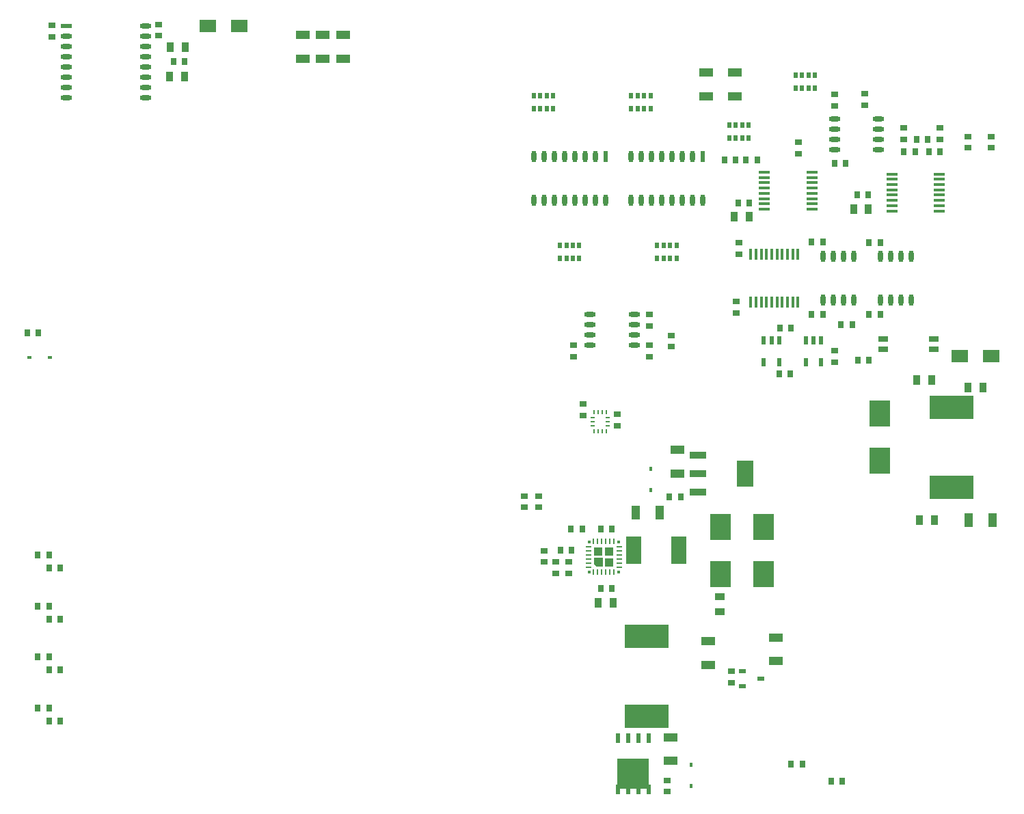
<source format=gbr>
%FSTAX23Y23*%
%MOIN*%
%SFA1B1*%

%IPPOS*%
%ADD10R,0.021654X0.017716*%
%ADD11R,0.019685X0.027559*%
%ADD12R,0.047244X0.031496*%
%ADD13R,0.084646X0.037402*%
%ADD14R,0.084646X0.127953*%
%ADD15R,0.035433X0.035433*%
%ADD16R,0.027559X0.009842*%
%ADD17R,0.009842X0.027559*%
%ADD18R,0.014764X0.014764*%
%ADD19R,0.044291X0.044291*%
%ADD20O,0.023622X0.057087*%
%ADD21O,0.023622X0.057087*%
%ADD22R,0.023622X0.057087*%
%ADD23R,0.057087X0.023622*%
%ADD24O,0.057087X0.023622*%
%ADD25O,0.057087X0.023622*%
%ADD26R,0.009842X0.021654*%
%ADD27R,0.021654X0.009842*%
%ADD28R,0.023622X0.039370*%
%ADD29O,0.055118X0.015748*%
%ADD30O,0.015748X0.055118*%
%ADD31R,0.027559X0.035433*%
%ADD32R,0.037402X0.051181*%
%ADD33R,0.035433X0.027559*%
%ADD34R,0.051181X0.037402*%
%ADD35R,0.035433X0.023622*%
%ADD36R,0.153937X0.147638*%
%ADD37R,0.024016X0.050000*%
%ADD38R,0.212598X0.114173*%
%ADD39R,0.072835X0.133858*%
%ADD40R,0.066929X0.041339*%
%ADD41R,0.084646X0.064961*%
%ADD42R,0.017716X0.021654*%
%ADD43R,0.098425X0.125000*%
%ADD44R,0.041339X0.066929*%
%LNhardwarecontrollerpcb_paste_top-1*%
%LPD*%
G36*
X02866Y01189D02*
X02835Y01189D01*
X02822Y01201*
X02822Y01233*
X02866*
Y01189*
G37*
G54D10*
X00171Y0221D03*
X00068D03*
G54D11*
X03003Y03425D03*
X03035D03*
X03066D03*
X03098D03*
X03003Y03488D03*
X03035D03*
X03066D03*
X03098D03*
X02529Y03425D03*
X02561D03*
X02592D03*
X02624D03*
X02529Y03488D03*
X02561D03*
X02592D03*
X02624D03*
X02657Y02694D03*
X02688D03*
X0272D03*
X02751D03*
X02657Y02757D03*
X02688D03*
X0272D03*
X02751D03*
X03131Y02694D03*
X03163D03*
X03194D03*
X03226D03*
X03131Y02757D03*
X03163D03*
X03194D03*
X03226D03*
X03576Y03342D03*
X03545D03*
X03513D03*
X03482D03*
X03576Y03279D03*
X03545D03*
X03513D03*
X03482D03*
X039Y03586D03*
X03869D03*
X03837D03*
X03806D03*
X039Y03523D03*
X03869D03*
X03837D03*
X03806D03*
G54D12*
X0448Y02251D03*
Y02301D03*
X04232Y02251D03*
Y02301D03*
G54D13*
X0333Y01734D03*
Y01643D03*
Y01553D03*
G54D14*
X03559Y01643D03*
G54D15*
X02849Y01215D03*
G54D16*
X02795Y01188D03*
Y01207D03*
Y01227D03*
Y01247D03*
Y01266D03*
Y01286D03*
X02945D03*
Y01266D03*
Y01247D03*
Y01227D03*
Y01207D03*
Y01188D03*
G54D17*
X02821Y01312D03*
X02841D03*
X0286D03*
X0288D03*
X029D03*
X02919D03*
Y01162D03*
X029D03*
X0288D03*
X0286D03*
X02841D03*
X02821D03*
G54D18*
X02798Y01165D03*
Y01309D03*
X02942D03*
Y01165D03*
G54D19*
X02896Y01263D03*
X02844D03*
X02896Y01211D03*
G54D20*
X04218Y0249D03*
X04268D03*
X04318D03*
X04368D03*
X04218Y02704D03*
X04268D03*
X04318D03*
X04368D03*
X03938Y0249D03*
X03988D03*
X04038D03*
X04088D03*
X03938Y02705D03*
X03988D03*
X04038D03*
X04088D03*
G54D21*
X03004Y02976D03*
X03054D03*
X03104D03*
X03154D03*
X03204D03*
X03254D03*
X03304D03*
X03354D03*
X03004Y0319D03*
X03054D03*
X03104D03*
X03154D03*
X03204D03*
X03254D03*
X03304D03*
X02529Y02977D03*
X02579D03*
X02629D03*
X02679D03*
X02729D03*
X02779D03*
X02829D03*
X02879D03*
X02529Y03191D03*
X02579D03*
X02629D03*
X02679D03*
X02729D03*
X02779D03*
X02829D03*
G54D22*
X03354Y0319D03*
X02879Y03191D03*
G54D23*
X0025Y03827D03*
G54D24*
X0025Y03777D03*
Y03727D03*
Y03677D03*
Y03627D03*
Y03577D03*
Y03527D03*
Y03477D03*
X00636Y03827D03*
Y03777D03*
Y03727D03*
Y03677D03*
Y03627D03*
Y03577D03*
Y03527D03*
Y03477D03*
G54D25*
X02804Y02419D03*
Y02369D03*
Y02319D03*
Y02269D03*
X03018Y02419D03*
Y02369D03*
Y02319D03*
Y02269D03*
X04211Y03225D03*
Y03275D03*
Y03325D03*
Y03375D03*
X03996Y03225D03*
Y03275D03*
Y03325D03*
Y03375D03*
G54D26*
X02823Y01851D03*
X02842D03*
X02862D03*
X02882D03*
Y01944D03*
X02862D03*
X02842D03*
X02823D03*
G54D27*
X02888Y01877D03*
Y01897D03*
Y01917D03*
X02817D03*
Y01897D03*
Y01877D03*
G54D28*
X0393Y02294D03*
X03893D03*
X03856D03*
Y02188D03*
X0393D03*
X03726Y02294D03*
X03688D03*
X03651D03*
Y02188D03*
X03726D03*
G54D29*
X04507Y02925D03*
Y02951D03*
Y02976D03*
Y03002D03*
Y03028D03*
Y03053D03*
Y03079D03*
Y03104D03*
X04275Y02925D03*
Y02951D03*
Y02976D03*
Y03002D03*
Y03028D03*
Y03053D03*
Y03079D03*
Y03104D03*
X03885Y02934D03*
Y0296D03*
Y02985D03*
Y03011D03*
Y03036D03*
Y03062D03*
Y03088D03*
Y03113D03*
X03653Y02934D03*
Y0296D03*
Y02985D03*
Y03011D03*
Y03036D03*
Y03062D03*
Y03088D03*
Y03113D03*
G54D30*
X03587Y02481D03*
X03612D03*
X03638D03*
X03664D03*
X03689D03*
X03715D03*
X0374D03*
X03766D03*
X03792D03*
X03817D03*
X03587Y02714D03*
X03612D03*
X03638D03*
X03664D03*
X03689D03*
X03715D03*
X0374D03*
X03766D03*
X03792D03*
X03817D03*
G54D31*
X00165Y00437D03*
X0022D03*
X00165Y00687D03*
X0022D03*
X00165Y00935D03*
X0022D03*
X00165Y01183D03*
X0022D03*
X00059Y0233D03*
X00114D03*
X04108Y02198D03*
X04163D03*
X03838Y00226D03*
X03783D03*
X02765Y01372D03*
X0271D03*
X04027Y02369D03*
X04082D03*
X03728Y02355D03*
X03783D03*
X00165Y005D03*
X0011D03*
X00165Y0075D03*
X0011D03*
X00165Y00998D03*
X0011D03*
X00165Y01246D03*
X0011D03*
X04033Y00145D03*
X03978D03*
X03246Y01529D03*
X0319D03*
X02714Y01269D03*
X02659D03*
X02911Y01374D03*
X02856D03*
X02911Y01084D03*
X02856D03*
X04163Y02419D03*
X04218D03*
X04163Y02771D03*
X04218D03*
X00772Y03652D03*
X00827D03*
X04511Y03212D03*
X04456D03*
X04395Y03275D03*
X0445D03*
X04389Y03212D03*
X04334D03*
X0405Y03158D03*
X03995D03*
X04161Y03003D03*
X04106D03*
X03883Y0242D03*
X03938D03*
X03883Y02773D03*
X03938D03*
X0378Y0213D03*
X03725D03*
X03564Y03173D03*
X0362D03*
X03513D03*
X03458D03*
X0358Y02965D03*
X03525D03*
G54D32*
X04397Y021D03*
X0447D03*
X00754Y03581D03*
X00827D03*
X00828Y03722D03*
X00755D03*
X0472Y02062D03*
X04647D03*
X04409Y01417D03*
X04482D03*
X02842Y01013D03*
X02915D03*
X04161Y02932D03*
X04088D03*
X0358Y02896D03*
X03507D03*
G54D33*
X03492Y00625D03*
Y00681D03*
X02578Y01212D03*
Y01267D03*
X027Y01157D03*
Y01212D03*
X03181Y00092D03*
Y00147D03*
X04647Y03232D03*
Y03287D03*
X04761Y03232D03*
Y03287D03*
X03092Y02214D03*
Y02269D03*
X03198Y02263D03*
Y02318D03*
X02724Y02214D03*
Y02269D03*
X02771Y01982D03*
Y01927D03*
X02482Y0148D03*
Y01535D03*
X02553Y0148D03*
Y01535D03*
X04511Y03275D03*
Y0333D03*
X04334Y03275D03*
Y0333D03*
X02637Y01157D03*
Y01212D03*
X00698Y03834D03*
Y03779D03*
X00178Y03774D03*
Y03829D03*
X03092Y02364D03*
Y02419D03*
X02935Y01933D03*
Y01877D03*
X03996Y03437D03*
Y03492D03*
X04143Y0344D03*
Y03496D03*
X03995Y02243D03*
Y02188D03*
X03818Y03204D03*
Y03259D03*
X03529Y02714D03*
Y02769D03*
X03515Y02427D03*
Y02482D03*
G54D34*
X03435Y01044D03*
Y00971D03*
G54D35*
X03547Y00681D03*
Y00606D03*
X03637Y00643D03*
G54D36*
X03013Y00181D03*
G54D37*
X03088Y00354D03*
X03038D03*
X02988D03*
X02938D03*
Y00105D03*
X02988D03*
X03038D03*
X03088D03*
G54D38*
X04566Y01966D03*
Y01576D03*
X0308Y0085D03*
Y0046D03*
G54D39*
X03017Y01269D03*
X03236D03*
G54D40*
X016Y03783D03*
Y03667D03*
X01501Y03783D03*
Y03667D03*
X01403Y03783D03*
Y03667D03*
X0351Y036D03*
Y03484D03*
X03368Y036D03*
Y03484D03*
X0323Y01643D03*
Y01759D03*
X0371Y00845D03*
Y00729D03*
X03379Y00826D03*
Y0071D03*
X03196Y00358D03*
Y00242D03*
G54D41*
X04759Y02218D03*
X04606D03*
X01093Y03827D03*
X00939D03*
G54D42*
X031Y01564D03*
Y01667D03*
X03297Y00222D03*
Y0012D03*
G54D43*
X04216Y01708D03*
Y01938D03*
X03649Y01385D03*
Y01155D03*
X03438Y01385D03*
Y01155D03*
G54D44*
X04649Y01417D03*
X04765D03*
X03142Y01454D03*
X03026D03*
M02*
</source>
